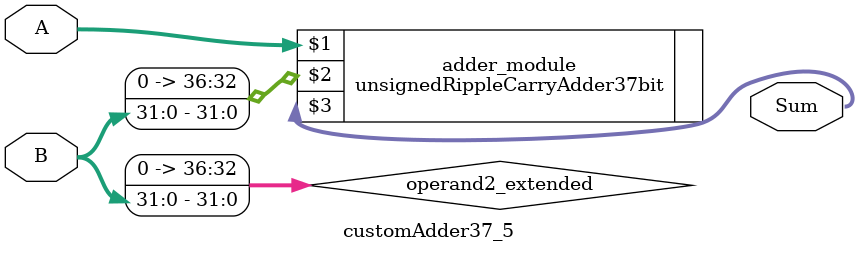
<source format=v>
module customAdder37_5(
                        input [36 : 0] A,
                        input [31 : 0] B,
                        
                        output [37 : 0] Sum
                );

        wire [36 : 0] operand2_extended;
        
        assign operand2_extended =  {5'b0, B};
        
        unsignedRippleCarryAdder37bit adder_module(
            A,
            operand2_extended,
            Sum
        );
        
        endmodule
        
</source>
